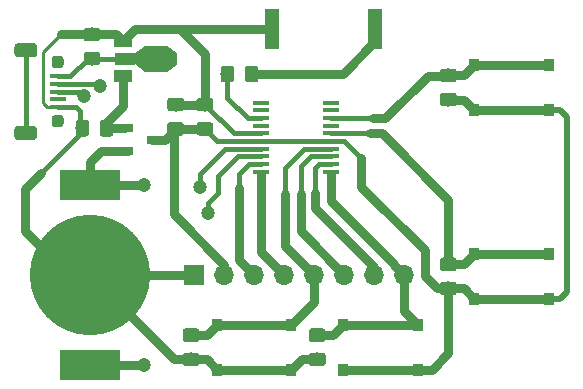
<source format=gbr>
G04 #@! TF.GenerationSoftware,KiCad,Pcbnew,5.0.1*
G04 #@! TF.CreationDate,2019-02-02T23:29:34+01:00*
G04 #@! TF.ProjectId,kroneum,6B726F6E65756D2E6B696361645F7063,rev?*
G04 #@! TF.SameCoordinates,PXa3649d0PY7ed1d20*
G04 #@! TF.FileFunction,Copper,L1,Top,Signal*
G04 #@! TF.FilePolarity,Positive*
%FSLAX46Y46*%
G04 Gerber Fmt 4.6, Leading zero omitted, Abs format (unit mm)*
G04 Created by KiCad (PCBNEW 5.0.1) date Sat 02 Feb 2019 11:29:34 PM CET*
%MOMM*%
%LPD*%
G01*
G04 APERTURE LIST*
G04 #@! TA.AperFunction,Conductor*
%ADD10C,0.100000*%
G04 #@! TD*
G04 #@! TA.AperFunction,ComponentPad*
%ADD11C,1.000000*%
G04 #@! TD*
G04 #@! TA.AperFunction,SMDPad,CuDef*
%ADD12R,1.350000X0.400000*%
G04 #@! TD*
G04 #@! TA.AperFunction,ComponentPad*
%ADD13C,1.200000*%
G04 #@! TD*
G04 #@! TA.AperFunction,SMDPad,CuDef*
%ADD14C,0.850000*%
G04 #@! TD*
G04 #@! TA.AperFunction,SMDPad,CuDef*
%ADD15R,1.500000X1.000000*%
G04 #@! TD*
G04 #@! TA.AperFunction,SMDPad,CuDef*
%ADD16R,1.800000X1.000000*%
G04 #@! TD*
G04 #@! TA.AperFunction,SMDPad,CuDef*
%ADD17R,1.840000X2.200000*%
G04 #@! TD*
G04 #@! TA.AperFunction,SMDPad,CuDef*
%ADD18C,1.000000*%
G04 #@! TD*
G04 #@! TA.AperFunction,SMDPad,CuDef*
%ADD19R,0.850000X1.000000*%
G04 #@! TD*
G04 #@! TA.AperFunction,SMDPad,CuDef*
%ADD20C,1.150000*%
G04 #@! TD*
G04 #@! TA.AperFunction,SMDPad,CuDef*
%ADD21R,0.900000X0.800000*%
G04 #@! TD*
G04 #@! TA.AperFunction,SMDPad,CuDef*
%ADD22R,1.300000X3.400000*%
G04 #@! TD*
G04 #@! TA.AperFunction,SMDPad,CuDef*
%ADD23R,5.100000X2.500000*%
G04 #@! TD*
G04 #@! TA.AperFunction,BGAPad,CuDef*
%ADD24C,10.200000*%
G04 #@! TD*
G04 #@! TA.AperFunction,ComponentPad*
%ADD25R,1.700000X1.700000*%
G04 #@! TD*
G04 #@! TA.AperFunction,ComponentPad*
%ADD26O,1.700000X1.700000*%
G04 #@! TD*
G04 #@! TA.AperFunction,SMDPad,CuDef*
%ADD27R,1.450000X0.400000*%
G04 #@! TD*
G04 #@! TA.AperFunction,ViaPad*
%ADD28C,1.200000*%
G04 #@! TD*
G04 #@! TA.AperFunction,Conductor*
%ADD29C,0.406400*%
G04 #@! TD*
G04 #@! TA.AperFunction,Conductor*
%ADD30C,0.762000*%
G04 #@! TD*
G04 #@! TA.AperFunction,Conductor*
%ADD31C,0.400000*%
G04 #@! TD*
G04 #@! TA.AperFunction,Conductor*
%ADD32C,0.250000*%
G04 #@! TD*
G04 #@! TA.AperFunction,Conductor*
%ADD33C,0.508000*%
G04 #@! TD*
G04 APERTURE END LIST*
D10*
G04 #@! TO.N,*
G04 #@! TO.C,J1*
G36*
X-45142996Y30628796D02*
X-45118727Y30625196D01*
X-45094929Y30619235D01*
X-45071829Y30610970D01*
X-45049651Y30600480D01*
X-45028607Y30587867D01*
X-45008902Y30573253D01*
X-44990723Y30556777D01*
X-44974247Y30538598D01*
X-44959633Y30518893D01*
X-44947020Y30497849D01*
X-44936530Y30475671D01*
X-44928265Y30452571D01*
X-44922304Y30428773D01*
X-44918704Y30404504D01*
X-44917500Y30380000D01*
X-44917500Y29880000D01*
X-44918704Y29855496D01*
X-44922304Y29831227D01*
X-44928265Y29807429D01*
X-44936530Y29784329D01*
X-44947020Y29762151D01*
X-44959633Y29741107D01*
X-44974247Y29721402D01*
X-44990723Y29703223D01*
X-45008902Y29686747D01*
X-45028607Y29672133D01*
X-45049651Y29659520D01*
X-45071829Y29649030D01*
X-45094929Y29640765D01*
X-45118727Y29634804D01*
X-45142996Y29631204D01*
X-45167500Y29630000D01*
X-45667500Y29630000D01*
X-45692004Y29631204D01*
X-45716273Y29634804D01*
X-45740071Y29640765D01*
X-45763171Y29649030D01*
X-45785349Y29659520D01*
X-45806393Y29672133D01*
X-45826098Y29686747D01*
X-45844277Y29703223D01*
X-45860753Y29721402D01*
X-45875367Y29741107D01*
X-45887980Y29762151D01*
X-45898470Y29784329D01*
X-45906735Y29807429D01*
X-45912696Y29831227D01*
X-45916296Y29855496D01*
X-45917500Y29880000D01*
X-45917500Y30380000D01*
X-45916296Y30404504D01*
X-45912696Y30428773D01*
X-45906735Y30452571D01*
X-45898470Y30475671D01*
X-45887980Y30497849D01*
X-45875367Y30518893D01*
X-45860753Y30538598D01*
X-45844277Y30556777D01*
X-45826098Y30573253D01*
X-45806393Y30587867D01*
X-45785349Y30600480D01*
X-45763171Y30610970D01*
X-45740071Y30619235D01*
X-45716273Y30625196D01*
X-45692004Y30628796D01*
X-45667500Y30630000D01*
X-45167500Y30630000D01*
X-45142996Y30628796D01*
X-45142996Y30628796D01*
G37*
D11*
G04 #@! TD*
G04 #@! TO.P,J1,*
G04 #@! TO.N,*
X-45417500Y30130000D03*
D12*
G04 #@! TO.P,J1,2*
G04 #@! TO.N,USB_D-*
X-45417500Y28280000D03*
G04 #@! TO.P,J1,1*
G04 #@! TO.N,USB_VBUS*
X-45417500Y28930000D03*
G04 #@! TO.P,J1,5*
G04 #@! TO.N,GND*
X-45417500Y26330000D03*
G04 #@! TO.P,J1,4*
G04 #@! TO.N,Net-(J1-Pad4)*
X-45417500Y26980000D03*
G04 #@! TO.P,J1,3*
G04 #@! TO.N,USB_D+*
X-45417500Y27630000D03*
D10*
G04 #@! TD*
G04 #@! TO.N,*
G04 #@! TO.C,J1*
G36*
X-45142996Y25628796D02*
X-45118727Y25625196D01*
X-45094929Y25619235D01*
X-45071829Y25610970D01*
X-45049651Y25600480D01*
X-45028607Y25587867D01*
X-45008902Y25573253D01*
X-44990723Y25556777D01*
X-44974247Y25538598D01*
X-44959633Y25518893D01*
X-44947020Y25497849D01*
X-44936530Y25475671D01*
X-44928265Y25452571D01*
X-44922304Y25428773D01*
X-44918704Y25404504D01*
X-44917500Y25380000D01*
X-44917500Y24880000D01*
X-44918704Y24855496D01*
X-44922304Y24831227D01*
X-44928265Y24807429D01*
X-44936530Y24784329D01*
X-44947020Y24762151D01*
X-44959633Y24741107D01*
X-44974247Y24721402D01*
X-44990723Y24703223D01*
X-45008902Y24686747D01*
X-45028607Y24672133D01*
X-45049651Y24659520D01*
X-45071829Y24649030D01*
X-45094929Y24640765D01*
X-45118727Y24634804D01*
X-45142996Y24631204D01*
X-45167500Y24630000D01*
X-45667500Y24630000D01*
X-45692004Y24631204D01*
X-45716273Y24634804D01*
X-45740071Y24640765D01*
X-45763171Y24649030D01*
X-45785349Y24659520D01*
X-45806393Y24672133D01*
X-45826098Y24686747D01*
X-45844277Y24703223D01*
X-45860753Y24721402D01*
X-45875367Y24741107D01*
X-45887980Y24762151D01*
X-45898470Y24784329D01*
X-45906735Y24807429D01*
X-45912696Y24831227D01*
X-45916296Y24855496D01*
X-45917500Y24880000D01*
X-45917500Y25380000D01*
X-45916296Y25404504D01*
X-45912696Y25428773D01*
X-45906735Y25452571D01*
X-45898470Y25475671D01*
X-45887980Y25497849D01*
X-45875367Y25518893D01*
X-45860753Y25538598D01*
X-45844277Y25556777D01*
X-45826098Y25573253D01*
X-45806393Y25587867D01*
X-45785349Y25600480D01*
X-45763171Y25610970D01*
X-45740071Y25619235D01*
X-45716273Y25625196D01*
X-45692004Y25628796D01*
X-45667500Y25630000D01*
X-45167500Y25630000D01*
X-45142996Y25628796D01*
X-45142996Y25628796D01*
G37*
D11*
G04 #@! TO.P,J1,*
G04 #@! TO.N,*
X-45417500Y25130000D03*
D10*
G04 #@! TD*
G04 #@! TO.N,Net-(J1-Pad6)*
G04 #@! TO.C,J1*
G36*
X-47438095Y31728555D02*
X-47408973Y31724236D01*
X-47380415Y31717082D01*
X-47352695Y31707164D01*
X-47326081Y31694576D01*
X-47300829Y31679441D01*
X-47277182Y31661903D01*
X-47255368Y31642132D01*
X-47235597Y31620318D01*
X-47218059Y31596671D01*
X-47202924Y31571419D01*
X-47190336Y31544805D01*
X-47180418Y31517085D01*
X-47173264Y31488527D01*
X-47168945Y31459405D01*
X-47167500Y31430000D01*
X-47167500Y30830000D01*
X-47168945Y30800595D01*
X-47173264Y30771473D01*
X-47180418Y30742915D01*
X-47190336Y30715195D01*
X-47202924Y30688581D01*
X-47218059Y30663329D01*
X-47235597Y30639682D01*
X-47255368Y30617868D01*
X-47277182Y30598097D01*
X-47300829Y30580559D01*
X-47326081Y30565424D01*
X-47352695Y30552836D01*
X-47380415Y30542918D01*
X-47408973Y30535764D01*
X-47438095Y30531445D01*
X-47467500Y30530000D01*
X-48767500Y30530000D01*
X-48796905Y30531445D01*
X-48826027Y30535764D01*
X-48854585Y30542918D01*
X-48882305Y30552836D01*
X-48908919Y30565424D01*
X-48934171Y30580559D01*
X-48957818Y30598097D01*
X-48979632Y30617868D01*
X-48999403Y30639682D01*
X-49016941Y30663329D01*
X-49032076Y30688581D01*
X-49044664Y30715195D01*
X-49054582Y30742915D01*
X-49061736Y30771473D01*
X-49066055Y30800595D01*
X-49067500Y30830000D01*
X-49067500Y31430000D01*
X-49066055Y31459405D01*
X-49061736Y31488527D01*
X-49054582Y31517085D01*
X-49044664Y31544805D01*
X-49032076Y31571419D01*
X-49016941Y31596671D01*
X-48999403Y31620318D01*
X-48979632Y31642132D01*
X-48957818Y31661903D01*
X-48934171Y31679441D01*
X-48908919Y31694576D01*
X-48882305Y31707164D01*
X-48854585Y31717082D01*
X-48826027Y31724236D01*
X-48796905Y31728555D01*
X-48767500Y31730000D01*
X-47467500Y31730000D01*
X-47438095Y31728555D01*
X-47438095Y31728555D01*
G37*
D13*
G04 #@! TO.P,J1,6*
G04 #@! TO.N,Net-(J1-Pad6)*
X-48117500Y31130000D03*
D10*
G04 #@! TD*
G04 #@! TO.N,Net-(J1-Pad6)*
G04 #@! TO.C,J1*
G36*
X-47438095Y24728555D02*
X-47408973Y24724236D01*
X-47380415Y24717082D01*
X-47352695Y24707164D01*
X-47326081Y24694576D01*
X-47300829Y24679441D01*
X-47277182Y24661903D01*
X-47255368Y24642132D01*
X-47235597Y24620318D01*
X-47218059Y24596671D01*
X-47202924Y24571419D01*
X-47190336Y24544805D01*
X-47180418Y24517085D01*
X-47173264Y24488527D01*
X-47168945Y24459405D01*
X-47167500Y24430000D01*
X-47167500Y23830000D01*
X-47168945Y23800595D01*
X-47173264Y23771473D01*
X-47180418Y23742915D01*
X-47190336Y23715195D01*
X-47202924Y23688581D01*
X-47218059Y23663329D01*
X-47235597Y23639682D01*
X-47255368Y23617868D01*
X-47277182Y23598097D01*
X-47300829Y23580559D01*
X-47326081Y23565424D01*
X-47352695Y23552836D01*
X-47380415Y23542918D01*
X-47408973Y23535764D01*
X-47438095Y23531445D01*
X-47467500Y23530000D01*
X-48767500Y23530000D01*
X-48796905Y23531445D01*
X-48826027Y23535764D01*
X-48854585Y23542918D01*
X-48882305Y23552836D01*
X-48908919Y23565424D01*
X-48934171Y23580559D01*
X-48957818Y23598097D01*
X-48979632Y23617868D01*
X-48999403Y23639682D01*
X-49016941Y23663329D01*
X-49032076Y23688581D01*
X-49044664Y23715195D01*
X-49054582Y23742915D01*
X-49061736Y23771473D01*
X-49066055Y23800595D01*
X-49067500Y23830000D01*
X-49067500Y24430000D01*
X-49066055Y24459405D01*
X-49061736Y24488527D01*
X-49054582Y24517085D01*
X-49044664Y24544805D01*
X-49032076Y24571419D01*
X-49016941Y24596671D01*
X-48999403Y24620318D01*
X-48979632Y24642132D01*
X-48957818Y24661903D01*
X-48934171Y24679441D01*
X-48908919Y24694576D01*
X-48882305Y24707164D01*
X-48854585Y24717082D01*
X-48826027Y24724236D01*
X-48796905Y24728555D01*
X-48767500Y24730000D01*
X-47467500Y24730000D01*
X-47438095Y24728555D01*
X-47438095Y24728555D01*
G37*
D13*
G04 #@! TO.P,J1,6*
G04 #@! TO.N,Net-(J1-Pad6)*
X-48117500Y24130000D03*
G04 #@! TD*
D14*
G04 #@! TO.P,L1,2*
G04 #@! TO.N,USB_VBUS*
X-35743000Y30410000D03*
D10*
G04 #@! TD*
G04 #@! TO.N,USB_VBUS*
G04 #@! TO.C,L1*
G36*
X-36168000Y31510000D02*
X-35318000Y30910000D01*
X-35318000Y29910000D01*
X-36168000Y29310000D01*
X-36168000Y31510000D01*
X-36168000Y31510000D01*
G37*
D15*
G04 #@! TO.P,L1,1*
G04 #@! TO.N,GND*
X-39890000Y31910000D03*
D16*
G04 #@! TO.P,L1,2*
G04 #@! TO.N,USB_VBUS*
X-39743500Y30410000D03*
D15*
G04 #@! TO.P,L1,3*
G04 #@! TO.N,Net-(C4-Pad1)*
X-39890000Y28910000D03*
D17*
G04 #@! TO.P,L1,2*
G04 #@! TO.N,USB_VBUS*
X-37076500Y30410000D03*
D18*
X-38486200Y30410000D03*
D10*
G04 #@! TD*
G04 #@! TO.N,USB_VBUS*
G04 #@! TO.C,L1*
G36*
X-37986200Y29310000D02*
X-38986200Y30010000D01*
X-38986200Y30810000D01*
X-37986200Y31510000D01*
X-37986200Y29310000D01*
X-37986200Y29310000D01*
G37*
D19*
G04 #@! TO.P,SW2,1*
G04 #@! TO.N,Ctrl_One*
X-10130000Y13880000D03*
X-3830000Y13880000D03*
G04 #@! TO.P,SW2,2*
G04 #@! TO.N,VDD*
X-10130000Y10080000D03*
X-3830000Y10080000D03*
G04 #@! TD*
D10*
G04 #@! TO.N,GND*
G04 #@! TO.C,C1*
G36*
X-32485495Y27098796D02*
X-32461227Y27095196D01*
X-32437428Y27089235D01*
X-32414329Y27080970D01*
X-32392150Y27070480D01*
X-32371107Y27057868D01*
X-32351401Y27043253D01*
X-32333223Y27026777D01*
X-32316747Y27008599D01*
X-32302132Y26988893D01*
X-32289520Y26967850D01*
X-32279030Y26945671D01*
X-32270765Y26922572D01*
X-32264804Y26898773D01*
X-32261204Y26874505D01*
X-32260000Y26850001D01*
X-32260000Y26199999D01*
X-32261204Y26175495D01*
X-32264804Y26151227D01*
X-32270765Y26127428D01*
X-32279030Y26104329D01*
X-32289520Y26082150D01*
X-32302132Y26061107D01*
X-32316747Y26041401D01*
X-32333223Y26023223D01*
X-32351401Y26006747D01*
X-32371107Y25992132D01*
X-32392150Y25979520D01*
X-32414329Y25969030D01*
X-32437428Y25960765D01*
X-32461227Y25954804D01*
X-32485495Y25951204D01*
X-32509999Y25950000D01*
X-33410001Y25950000D01*
X-33434505Y25951204D01*
X-33458773Y25954804D01*
X-33482572Y25960765D01*
X-33505671Y25969030D01*
X-33527850Y25979520D01*
X-33548893Y25992132D01*
X-33568599Y26006747D01*
X-33586777Y26023223D01*
X-33603253Y26041401D01*
X-33617868Y26061107D01*
X-33630480Y26082150D01*
X-33640970Y26104329D01*
X-33649235Y26127428D01*
X-33655196Y26151227D01*
X-33658796Y26175495D01*
X-33660000Y26199999D01*
X-33660000Y26850001D01*
X-33658796Y26874505D01*
X-33655196Y26898773D01*
X-33649235Y26922572D01*
X-33640970Y26945671D01*
X-33630480Y26967850D01*
X-33617868Y26988893D01*
X-33603253Y27008599D01*
X-33586777Y27026777D01*
X-33568599Y27043253D01*
X-33548893Y27057868D01*
X-33527850Y27070480D01*
X-33505671Y27080970D01*
X-33482572Y27089235D01*
X-33458773Y27095196D01*
X-33434505Y27098796D01*
X-33410001Y27100000D01*
X-32509999Y27100000D01*
X-32485495Y27098796D01*
X-32485495Y27098796D01*
G37*
D20*
G04 #@! TD*
G04 #@! TO.P,C1,2*
G04 #@! TO.N,GND*
X-32960000Y26525000D03*
D10*
G04 #@! TO.N,VDD*
G04 #@! TO.C,C1*
G36*
X-32485495Y25048796D02*
X-32461227Y25045196D01*
X-32437428Y25039235D01*
X-32414329Y25030970D01*
X-32392150Y25020480D01*
X-32371107Y25007868D01*
X-32351401Y24993253D01*
X-32333223Y24976777D01*
X-32316747Y24958599D01*
X-32302132Y24938893D01*
X-32289520Y24917850D01*
X-32279030Y24895671D01*
X-32270765Y24872572D01*
X-32264804Y24848773D01*
X-32261204Y24824505D01*
X-32260000Y24800001D01*
X-32260000Y24149999D01*
X-32261204Y24125495D01*
X-32264804Y24101227D01*
X-32270765Y24077428D01*
X-32279030Y24054329D01*
X-32289520Y24032150D01*
X-32302132Y24011107D01*
X-32316747Y23991401D01*
X-32333223Y23973223D01*
X-32351401Y23956747D01*
X-32371107Y23942132D01*
X-32392150Y23929520D01*
X-32414329Y23919030D01*
X-32437428Y23910765D01*
X-32461227Y23904804D01*
X-32485495Y23901204D01*
X-32509999Y23900000D01*
X-33410001Y23900000D01*
X-33434505Y23901204D01*
X-33458773Y23904804D01*
X-33482572Y23910765D01*
X-33505671Y23919030D01*
X-33527850Y23929520D01*
X-33548893Y23942132D01*
X-33568599Y23956747D01*
X-33586777Y23973223D01*
X-33603253Y23991401D01*
X-33617868Y24011107D01*
X-33630480Y24032150D01*
X-33640970Y24054329D01*
X-33649235Y24077428D01*
X-33655196Y24101227D01*
X-33658796Y24125495D01*
X-33660000Y24149999D01*
X-33660000Y24800001D01*
X-33658796Y24824505D01*
X-33655196Y24848773D01*
X-33649235Y24872572D01*
X-33640970Y24895671D01*
X-33630480Y24917850D01*
X-33617868Y24938893D01*
X-33603253Y24958599D01*
X-33586777Y24976777D01*
X-33568599Y24993253D01*
X-33548893Y25007868D01*
X-33527850Y25020480D01*
X-33505671Y25030970D01*
X-33482572Y25039235D01*
X-33458773Y25045196D01*
X-33434505Y25048796D01*
X-33410001Y25050000D01*
X-32509999Y25050000D01*
X-32485495Y25048796D01*
X-32485495Y25048796D01*
G37*
D20*
G04 #@! TD*
G04 #@! TO.P,C1,1*
G04 #@! TO.N,VDD*
X-32960000Y24475000D03*
D10*
G04 #@! TO.N,VDD*
G04 #@! TO.C,C3*
G36*
X-34945495Y25048796D02*
X-34921227Y25045196D01*
X-34897428Y25039235D01*
X-34874329Y25030970D01*
X-34852150Y25020480D01*
X-34831107Y25007868D01*
X-34811401Y24993253D01*
X-34793223Y24976777D01*
X-34776747Y24958599D01*
X-34762132Y24938893D01*
X-34749520Y24917850D01*
X-34739030Y24895671D01*
X-34730765Y24872572D01*
X-34724804Y24848773D01*
X-34721204Y24824505D01*
X-34720000Y24800001D01*
X-34720000Y24149999D01*
X-34721204Y24125495D01*
X-34724804Y24101227D01*
X-34730765Y24077428D01*
X-34739030Y24054329D01*
X-34749520Y24032150D01*
X-34762132Y24011107D01*
X-34776747Y23991401D01*
X-34793223Y23973223D01*
X-34811401Y23956747D01*
X-34831107Y23942132D01*
X-34852150Y23929520D01*
X-34874329Y23919030D01*
X-34897428Y23910765D01*
X-34921227Y23904804D01*
X-34945495Y23901204D01*
X-34969999Y23900000D01*
X-35870001Y23900000D01*
X-35894505Y23901204D01*
X-35918773Y23904804D01*
X-35942572Y23910765D01*
X-35965671Y23919030D01*
X-35987850Y23929520D01*
X-36008893Y23942132D01*
X-36028599Y23956747D01*
X-36046777Y23973223D01*
X-36063253Y23991401D01*
X-36077868Y24011107D01*
X-36090480Y24032150D01*
X-36100970Y24054329D01*
X-36109235Y24077428D01*
X-36115196Y24101227D01*
X-36118796Y24125495D01*
X-36120000Y24149999D01*
X-36120000Y24800001D01*
X-36118796Y24824505D01*
X-36115196Y24848773D01*
X-36109235Y24872572D01*
X-36100970Y24895671D01*
X-36090480Y24917850D01*
X-36077868Y24938893D01*
X-36063253Y24958599D01*
X-36046777Y24976777D01*
X-36028599Y24993253D01*
X-36008893Y25007868D01*
X-35987850Y25020480D01*
X-35965671Y25030970D01*
X-35942572Y25039235D01*
X-35918773Y25045196D01*
X-35894505Y25048796D01*
X-35870001Y25050000D01*
X-34969999Y25050000D01*
X-34945495Y25048796D01*
X-34945495Y25048796D01*
G37*
D20*
G04 #@! TD*
G04 #@! TO.P,C3,1*
G04 #@! TO.N,VDD*
X-35420000Y24475000D03*
D10*
G04 #@! TO.N,GND*
G04 #@! TO.C,C3*
G36*
X-34945495Y27098796D02*
X-34921227Y27095196D01*
X-34897428Y27089235D01*
X-34874329Y27080970D01*
X-34852150Y27070480D01*
X-34831107Y27057868D01*
X-34811401Y27043253D01*
X-34793223Y27026777D01*
X-34776747Y27008599D01*
X-34762132Y26988893D01*
X-34749520Y26967850D01*
X-34739030Y26945671D01*
X-34730765Y26922572D01*
X-34724804Y26898773D01*
X-34721204Y26874505D01*
X-34720000Y26850001D01*
X-34720000Y26199999D01*
X-34721204Y26175495D01*
X-34724804Y26151227D01*
X-34730765Y26127428D01*
X-34739030Y26104329D01*
X-34749520Y26082150D01*
X-34762132Y26061107D01*
X-34776747Y26041401D01*
X-34793223Y26023223D01*
X-34811401Y26006747D01*
X-34831107Y25992132D01*
X-34852150Y25979520D01*
X-34874329Y25969030D01*
X-34897428Y25960765D01*
X-34921227Y25954804D01*
X-34945495Y25951204D01*
X-34969999Y25950000D01*
X-35870001Y25950000D01*
X-35894505Y25951204D01*
X-35918773Y25954804D01*
X-35942572Y25960765D01*
X-35965671Y25969030D01*
X-35987850Y25979520D01*
X-36008893Y25992132D01*
X-36028599Y26006747D01*
X-36046777Y26023223D01*
X-36063253Y26041401D01*
X-36077868Y26061107D01*
X-36090480Y26082150D01*
X-36100970Y26104329D01*
X-36109235Y26127428D01*
X-36115196Y26151227D01*
X-36118796Y26175495D01*
X-36120000Y26199999D01*
X-36120000Y26850001D01*
X-36118796Y26874505D01*
X-36115196Y26898773D01*
X-36109235Y26922572D01*
X-36100970Y26945671D01*
X-36090480Y26967850D01*
X-36077868Y26988893D01*
X-36063253Y27008599D01*
X-36046777Y27026777D01*
X-36028599Y27043253D01*
X-36008893Y27057868D01*
X-35987850Y27070480D01*
X-35965671Y27080970D01*
X-35942572Y27089235D01*
X-35918773Y27095196D01*
X-35894505Y27098796D01*
X-35870001Y27100000D01*
X-34969999Y27100000D01*
X-34945495Y27098796D01*
X-34945495Y27098796D01*
G37*
D20*
G04 #@! TD*
G04 #@! TO.P,C3,2*
G04 #@! TO.N,GND*
X-35420000Y26525000D03*
D10*
G04 #@! TO.N,NRST*
G04 #@! TO.C,C7*
G36*
X-33655495Y7578796D02*
X-33631227Y7575196D01*
X-33607428Y7569235D01*
X-33584329Y7560970D01*
X-33562150Y7550480D01*
X-33541107Y7537868D01*
X-33521401Y7523253D01*
X-33503223Y7506777D01*
X-33486747Y7488599D01*
X-33472132Y7468893D01*
X-33459520Y7447850D01*
X-33449030Y7425671D01*
X-33440765Y7402572D01*
X-33434804Y7378773D01*
X-33431204Y7354505D01*
X-33430000Y7330001D01*
X-33430000Y6679999D01*
X-33431204Y6655495D01*
X-33434804Y6631227D01*
X-33440765Y6607428D01*
X-33449030Y6584329D01*
X-33459520Y6562150D01*
X-33472132Y6541107D01*
X-33486747Y6521401D01*
X-33503223Y6503223D01*
X-33521401Y6486747D01*
X-33541107Y6472132D01*
X-33562150Y6459520D01*
X-33584329Y6449030D01*
X-33607428Y6440765D01*
X-33631227Y6434804D01*
X-33655495Y6431204D01*
X-33679999Y6430000D01*
X-34580001Y6430000D01*
X-34604505Y6431204D01*
X-34628773Y6434804D01*
X-34652572Y6440765D01*
X-34675671Y6449030D01*
X-34697850Y6459520D01*
X-34718893Y6472132D01*
X-34738599Y6486747D01*
X-34756777Y6503223D01*
X-34773253Y6521401D01*
X-34787868Y6541107D01*
X-34800480Y6562150D01*
X-34810970Y6584329D01*
X-34819235Y6607428D01*
X-34825196Y6631227D01*
X-34828796Y6655495D01*
X-34830000Y6679999D01*
X-34830000Y7330001D01*
X-34828796Y7354505D01*
X-34825196Y7378773D01*
X-34819235Y7402572D01*
X-34810970Y7425671D01*
X-34800480Y7447850D01*
X-34787868Y7468893D01*
X-34773253Y7488599D01*
X-34756777Y7506777D01*
X-34738599Y7523253D01*
X-34718893Y7537868D01*
X-34697850Y7550480D01*
X-34675671Y7560970D01*
X-34652572Y7569235D01*
X-34628773Y7575196D01*
X-34604505Y7578796D01*
X-34580001Y7580000D01*
X-33679999Y7580000D01*
X-33655495Y7578796D01*
X-33655495Y7578796D01*
G37*
D20*
G04 #@! TD*
G04 #@! TO.P,C7,1*
G04 #@! TO.N,NRST*
X-34130000Y7005000D03*
D10*
G04 #@! TO.N,GND*
G04 #@! TO.C,C7*
G36*
X-33655495Y5528796D02*
X-33631227Y5525196D01*
X-33607428Y5519235D01*
X-33584329Y5510970D01*
X-33562150Y5500480D01*
X-33541107Y5487868D01*
X-33521401Y5473253D01*
X-33503223Y5456777D01*
X-33486747Y5438599D01*
X-33472132Y5418893D01*
X-33459520Y5397850D01*
X-33449030Y5375671D01*
X-33440765Y5352572D01*
X-33434804Y5328773D01*
X-33431204Y5304505D01*
X-33430000Y5280001D01*
X-33430000Y4629999D01*
X-33431204Y4605495D01*
X-33434804Y4581227D01*
X-33440765Y4557428D01*
X-33449030Y4534329D01*
X-33459520Y4512150D01*
X-33472132Y4491107D01*
X-33486747Y4471401D01*
X-33503223Y4453223D01*
X-33521401Y4436747D01*
X-33541107Y4422132D01*
X-33562150Y4409520D01*
X-33584329Y4399030D01*
X-33607428Y4390765D01*
X-33631227Y4384804D01*
X-33655495Y4381204D01*
X-33679999Y4380000D01*
X-34580001Y4380000D01*
X-34604505Y4381204D01*
X-34628773Y4384804D01*
X-34652572Y4390765D01*
X-34675671Y4399030D01*
X-34697850Y4409520D01*
X-34718893Y4422132D01*
X-34738599Y4436747D01*
X-34756777Y4453223D01*
X-34773253Y4471401D01*
X-34787868Y4491107D01*
X-34800480Y4512150D01*
X-34810970Y4534329D01*
X-34819235Y4557428D01*
X-34825196Y4581227D01*
X-34828796Y4605495D01*
X-34830000Y4629999D01*
X-34830000Y5280001D01*
X-34828796Y5304505D01*
X-34825196Y5328773D01*
X-34819235Y5352572D01*
X-34810970Y5375671D01*
X-34800480Y5397850D01*
X-34787868Y5418893D01*
X-34773253Y5438599D01*
X-34756777Y5456777D01*
X-34738599Y5473253D01*
X-34718893Y5487868D01*
X-34697850Y5500480D01*
X-34675671Y5510970D01*
X-34652572Y5519235D01*
X-34628773Y5525196D01*
X-34604505Y5528796D01*
X-34580001Y5530000D01*
X-33679999Y5530000D01*
X-33655495Y5528796D01*
X-33655495Y5528796D01*
G37*
D20*
G04 #@! TD*
G04 #@! TO.P,C7,2*
G04 #@! TO.N,GND*
X-34130000Y4955000D03*
D10*
G04 #@! TO.N,VDD*
G04 #@! TO.C,C8*
G36*
X-11855495Y11528796D02*
X-11831227Y11525196D01*
X-11807428Y11519235D01*
X-11784329Y11510970D01*
X-11762150Y11500480D01*
X-11741107Y11487868D01*
X-11721401Y11473253D01*
X-11703223Y11456777D01*
X-11686747Y11438599D01*
X-11672132Y11418893D01*
X-11659520Y11397850D01*
X-11649030Y11375671D01*
X-11640765Y11352572D01*
X-11634804Y11328773D01*
X-11631204Y11304505D01*
X-11630000Y11280001D01*
X-11630000Y10629999D01*
X-11631204Y10605495D01*
X-11634804Y10581227D01*
X-11640765Y10557428D01*
X-11649030Y10534329D01*
X-11659520Y10512150D01*
X-11672132Y10491107D01*
X-11686747Y10471401D01*
X-11703223Y10453223D01*
X-11721401Y10436747D01*
X-11741107Y10422132D01*
X-11762150Y10409520D01*
X-11784329Y10399030D01*
X-11807428Y10390765D01*
X-11831227Y10384804D01*
X-11855495Y10381204D01*
X-11879999Y10380000D01*
X-12780001Y10380000D01*
X-12804505Y10381204D01*
X-12828773Y10384804D01*
X-12852572Y10390765D01*
X-12875671Y10399030D01*
X-12897850Y10409520D01*
X-12918893Y10422132D01*
X-12938599Y10436747D01*
X-12956777Y10453223D01*
X-12973253Y10471401D01*
X-12987868Y10491107D01*
X-13000480Y10512150D01*
X-13010970Y10534329D01*
X-13019235Y10557428D01*
X-13025196Y10581227D01*
X-13028796Y10605495D01*
X-13030000Y10629999D01*
X-13030000Y11280001D01*
X-13028796Y11304505D01*
X-13025196Y11328773D01*
X-13019235Y11352572D01*
X-13010970Y11375671D01*
X-13000480Y11397850D01*
X-12987868Y11418893D01*
X-12973253Y11438599D01*
X-12956777Y11456777D01*
X-12938599Y11473253D01*
X-12918893Y11487868D01*
X-12897850Y11500480D01*
X-12875671Y11510970D01*
X-12852572Y11519235D01*
X-12828773Y11525196D01*
X-12804505Y11528796D01*
X-12780001Y11530000D01*
X-11879999Y11530000D01*
X-11855495Y11528796D01*
X-11855495Y11528796D01*
G37*
D20*
G04 #@! TD*
G04 #@! TO.P,C8,1*
G04 #@! TO.N,VDD*
X-12330000Y10955000D03*
D10*
G04 #@! TO.N,Ctrl_One*
G04 #@! TO.C,C8*
G36*
X-11855495Y13578796D02*
X-11831227Y13575196D01*
X-11807428Y13569235D01*
X-11784329Y13560970D01*
X-11762150Y13550480D01*
X-11741107Y13537868D01*
X-11721401Y13523253D01*
X-11703223Y13506777D01*
X-11686747Y13488599D01*
X-11672132Y13468893D01*
X-11659520Y13447850D01*
X-11649030Y13425671D01*
X-11640765Y13402572D01*
X-11634804Y13378773D01*
X-11631204Y13354505D01*
X-11630000Y13330001D01*
X-11630000Y12679999D01*
X-11631204Y12655495D01*
X-11634804Y12631227D01*
X-11640765Y12607428D01*
X-11649030Y12584329D01*
X-11659520Y12562150D01*
X-11672132Y12541107D01*
X-11686747Y12521401D01*
X-11703223Y12503223D01*
X-11721401Y12486747D01*
X-11741107Y12472132D01*
X-11762150Y12459520D01*
X-11784329Y12449030D01*
X-11807428Y12440765D01*
X-11831227Y12434804D01*
X-11855495Y12431204D01*
X-11879999Y12430000D01*
X-12780001Y12430000D01*
X-12804505Y12431204D01*
X-12828773Y12434804D01*
X-12852572Y12440765D01*
X-12875671Y12449030D01*
X-12897850Y12459520D01*
X-12918893Y12472132D01*
X-12938599Y12486747D01*
X-12956777Y12503223D01*
X-12973253Y12521401D01*
X-12987868Y12541107D01*
X-13000480Y12562150D01*
X-13010970Y12584329D01*
X-13019235Y12607428D01*
X-13025196Y12631227D01*
X-13028796Y12655495D01*
X-13030000Y12679999D01*
X-13030000Y13330001D01*
X-13028796Y13354505D01*
X-13025196Y13378773D01*
X-13019235Y13402572D01*
X-13010970Y13425671D01*
X-13000480Y13447850D01*
X-12987868Y13468893D01*
X-12973253Y13488599D01*
X-12956777Y13506777D01*
X-12938599Y13523253D01*
X-12918893Y13537868D01*
X-12897850Y13550480D01*
X-12875671Y13560970D01*
X-12852572Y13569235D01*
X-12828773Y13575196D01*
X-12804505Y13578796D01*
X-12780001Y13580000D01*
X-11879999Y13580000D01*
X-11855495Y13578796D01*
X-11855495Y13578796D01*
G37*
D20*
G04 #@! TD*
G04 #@! TO.P,C8,2*
G04 #@! TO.N,Ctrl_One*
X-12330000Y13005000D03*
D10*
G04 #@! TO.N,Ctrl_Ten*
G04 #@! TO.C,C9*
G36*
X-11855495Y29578796D02*
X-11831227Y29575196D01*
X-11807428Y29569235D01*
X-11784329Y29560970D01*
X-11762150Y29550480D01*
X-11741107Y29537868D01*
X-11721401Y29523253D01*
X-11703223Y29506777D01*
X-11686747Y29488599D01*
X-11672132Y29468893D01*
X-11659520Y29447850D01*
X-11649030Y29425671D01*
X-11640765Y29402572D01*
X-11634804Y29378773D01*
X-11631204Y29354505D01*
X-11630000Y29330001D01*
X-11630000Y28679999D01*
X-11631204Y28655495D01*
X-11634804Y28631227D01*
X-11640765Y28607428D01*
X-11649030Y28584329D01*
X-11659520Y28562150D01*
X-11672132Y28541107D01*
X-11686747Y28521401D01*
X-11703223Y28503223D01*
X-11721401Y28486747D01*
X-11741107Y28472132D01*
X-11762150Y28459520D01*
X-11784329Y28449030D01*
X-11807428Y28440765D01*
X-11831227Y28434804D01*
X-11855495Y28431204D01*
X-11879999Y28430000D01*
X-12780001Y28430000D01*
X-12804505Y28431204D01*
X-12828773Y28434804D01*
X-12852572Y28440765D01*
X-12875671Y28449030D01*
X-12897850Y28459520D01*
X-12918893Y28472132D01*
X-12938599Y28486747D01*
X-12956777Y28503223D01*
X-12973253Y28521401D01*
X-12987868Y28541107D01*
X-13000480Y28562150D01*
X-13010970Y28584329D01*
X-13019235Y28607428D01*
X-13025196Y28631227D01*
X-13028796Y28655495D01*
X-13030000Y28679999D01*
X-13030000Y29330001D01*
X-13028796Y29354505D01*
X-13025196Y29378773D01*
X-13019235Y29402572D01*
X-13010970Y29425671D01*
X-13000480Y29447850D01*
X-12987868Y29468893D01*
X-12973253Y29488599D01*
X-12956777Y29506777D01*
X-12938599Y29523253D01*
X-12918893Y29537868D01*
X-12897850Y29550480D01*
X-12875671Y29560970D01*
X-12852572Y29569235D01*
X-12828773Y29575196D01*
X-12804505Y29578796D01*
X-12780001Y29580000D01*
X-11879999Y29580000D01*
X-11855495Y29578796D01*
X-11855495Y29578796D01*
G37*
D20*
G04 #@! TD*
G04 #@! TO.P,C9,2*
G04 #@! TO.N,Ctrl_Ten*
X-12330000Y29005000D03*
D10*
G04 #@! TO.N,VDD*
G04 #@! TO.C,C9*
G36*
X-11855495Y27528796D02*
X-11831227Y27525196D01*
X-11807428Y27519235D01*
X-11784329Y27510970D01*
X-11762150Y27500480D01*
X-11741107Y27487868D01*
X-11721401Y27473253D01*
X-11703223Y27456777D01*
X-11686747Y27438599D01*
X-11672132Y27418893D01*
X-11659520Y27397850D01*
X-11649030Y27375671D01*
X-11640765Y27352572D01*
X-11634804Y27328773D01*
X-11631204Y27304505D01*
X-11630000Y27280001D01*
X-11630000Y26629999D01*
X-11631204Y26605495D01*
X-11634804Y26581227D01*
X-11640765Y26557428D01*
X-11649030Y26534329D01*
X-11659520Y26512150D01*
X-11672132Y26491107D01*
X-11686747Y26471401D01*
X-11703223Y26453223D01*
X-11721401Y26436747D01*
X-11741107Y26422132D01*
X-11762150Y26409520D01*
X-11784329Y26399030D01*
X-11807428Y26390765D01*
X-11831227Y26384804D01*
X-11855495Y26381204D01*
X-11879999Y26380000D01*
X-12780001Y26380000D01*
X-12804505Y26381204D01*
X-12828773Y26384804D01*
X-12852572Y26390765D01*
X-12875671Y26399030D01*
X-12897850Y26409520D01*
X-12918893Y26422132D01*
X-12938599Y26436747D01*
X-12956777Y26453223D01*
X-12973253Y26471401D01*
X-12987868Y26491107D01*
X-13000480Y26512150D01*
X-13010970Y26534329D01*
X-13019235Y26557428D01*
X-13025196Y26581227D01*
X-13028796Y26605495D01*
X-13030000Y26629999D01*
X-13030000Y27280001D01*
X-13028796Y27304505D01*
X-13025196Y27328773D01*
X-13019235Y27352572D01*
X-13010970Y27375671D01*
X-13000480Y27397850D01*
X-12987868Y27418893D01*
X-12973253Y27438599D01*
X-12956777Y27456777D01*
X-12938599Y27473253D01*
X-12918893Y27487868D01*
X-12897850Y27500480D01*
X-12875671Y27510970D01*
X-12852572Y27519235D01*
X-12828773Y27525196D01*
X-12804505Y27528796D01*
X-12780001Y27530000D01*
X-11879999Y27530000D01*
X-11855495Y27528796D01*
X-11855495Y27528796D01*
G37*
D20*
G04 #@! TD*
G04 #@! TO.P,C9,1*
G04 #@! TO.N,VDD*
X-12330000Y26955000D03*
D10*
G04 #@! TO.N,Buzzer*
G04 #@! TO.C,R1*
G36*
X-30690495Y29818796D02*
X-30666227Y29815196D01*
X-30642428Y29809235D01*
X-30619329Y29800970D01*
X-30597150Y29790480D01*
X-30576107Y29777868D01*
X-30556401Y29763253D01*
X-30538223Y29746777D01*
X-30521747Y29728599D01*
X-30507132Y29708893D01*
X-30494520Y29687850D01*
X-30484030Y29665671D01*
X-30475765Y29642572D01*
X-30469804Y29618773D01*
X-30466204Y29594505D01*
X-30465000Y29570001D01*
X-30465000Y28669999D01*
X-30466204Y28645495D01*
X-30469804Y28621227D01*
X-30475765Y28597428D01*
X-30484030Y28574329D01*
X-30494520Y28552150D01*
X-30507132Y28531107D01*
X-30521747Y28511401D01*
X-30538223Y28493223D01*
X-30556401Y28476747D01*
X-30576107Y28462132D01*
X-30597150Y28449520D01*
X-30619329Y28439030D01*
X-30642428Y28430765D01*
X-30666227Y28424804D01*
X-30690495Y28421204D01*
X-30714999Y28420000D01*
X-31365001Y28420000D01*
X-31389505Y28421204D01*
X-31413773Y28424804D01*
X-31437572Y28430765D01*
X-31460671Y28439030D01*
X-31482850Y28449520D01*
X-31503893Y28462132D01*
X-31523599Y28476747D01*
X-31541777Y28493223D01*
X-31558253Y28511401D01*
X-31572868Y28531107D01*
X-31585480Y28552150D01*
X-31595970Y28574329D01*
X-31604235Y28597428D01*
X-31610196Y28621227D01*
X-31613796Y28645495D01*
X-31615000Y28669999D01*
X-31615000Y29570001D01*
X-31613796Y29594505D01*
X-31610196Y29618773D01*
X-31604235Y29642572D01*
X-31595970Y29665671D01*
X-31585480Y29687850D01*
X-31572868Y29708893D01*
X-31558253Y29728599D01*
X-31541777Y29746777D01*
X-31523599Y29763253D01*
X-31503893Y29777868D01*
X-31482850Y29790480D01*
X-31460671Y29800970D01*
X-31437572Y29809235D01*
X-31413773Y29815196D01*
X-31389505Y29818796D01*
X-31365001Y29820000D01*
X-30714999Y29820000D01*
X-30690495Y29818796D01*
X-30690495Y29818796D01*
G37*
D20*
G04 #@! TD*
G04 #@! TO.P,R1,2*
G04 #@! TO.N,Buzzer*
X-31040000Y29120000D03*
D10*
G04 #@! TO.N,Net-(BZ1-Pad1)*
G04 #@! TO.C,R1*
G36*
X-28640495Y29818796D02*
X-28616227Y29815196D01*
X-28592428Y29809235D01*
X-28569329Y29800970D01*
X-28547150Y29790480D01*
X-28526107Y29777868D01*
X-28506401Y29763253D01*
X-28488223Y29746777D01*
X-28471747Y29728599D01*
X-28457132Y29708893D01*
X-28444520Y29687850D01*
X-28434030Y29665671D01*
X-28425765Y29642572D01*
X-28419804Y29618773D01*
X-28416204Y29594505D01*
X-28415000Y29570001D01*
X-28415000Y28669999D01*
X-28416204Y28645495D01*
X-28419804Y28621227D01*
X-28425765Y28597428D01*
X-28434030Y28574329D01*
X-28444520Y28552150D01*
X-28457132Y28531107D01*
X-28471747Y28511401D01*
X-28488223Y28493223D01*
X-28506401Y28476747D01*
X-28526107Y28462132D01*
X-28547150Y28449520D01*
X-28569329Y28439030D01*
X-28592428Y28430765D01*
X-28616227Y28424804D01*
X-28640495Y28421204D01*
X-28664999Y28420000D01*
X-29315001Y28420000D01*
X-29339505Y28421204D01*
X-29363773Y28424804D01*
X-29387572Y28430765D01*
X-29410671Y28439030D01*
X-29432850Y28449520D01*
X-29453893Y28462132D01*
X-29473599Y28476747D01*
X-29491777Y28493223D01*
X-29508253Y28511401D01*
X-29522868Y28531107D01*
X-29535480Y28552150D01*
X-29545970Y28574329D01*
X-29554235Y28597428D01*
X-29560196Y28621227D01*
X-29563796Y28645495D01*
X-29565000Y28669999D01*
X-29565000Y29570001D01*
X-29563796Y29594505D01*
X-29560196Y29618773D01*
X-29554235Y29642572D01*
X-29545970Y29665671D01*
X-29535480Y29687850D01*
X-29522868Y29708893D01*
X-29508253Y29728599D01*
X-29491777Y29746777D01*
X-29473599Y29763253D01*
X-29453893Y29777868D01*
X-29432850Y29790480D01*
X-29410671Y29800970D01*
X-29387572Y29809235D01*
X-29363773Y29815196D01*
X-29339505Y29818796D01*
X-29315001Y29820000D01*
X-28664999Y29820000D01*
X-28640495Y29818796D01*
X-28640495Y29818796D01*
G37*
D20*
G04 #@! TD*
G04 #@! TO.P,R1,1*
G04 #@! TO.N,Net-(BZ1-Pad1)*
X-28990000Y29120000D03*
D10*
G04 #@! TO.N,BOOT0*
G04 #@! TO.C,R2*
G36*
X-22955495Y7578796D02*
X-22931227Y7575196D01*
X-22907428Y7569235D01*
X-22884329Y7560970D01*
X-22862150Y7550480D01*
X-22841107Y7537868D01*
X-22821401Y7523253D01*
X-22803223Y7506777D01*
X-22786747Y7488599D01*
X-22772132Y7468893D01*
X-22759520Y7447850D01*
X-22749030Y7425671D01*
X-22740765Y7402572D01*
X-22734804Y7378773D01*
X-22731204Y7354505D01*
X-22730000Y7330001D01*
X-22730000Y6679999D01*
X-22731204Y6655495D01*
X-22734804Y6631227D01*
X-22740765Y6607428D01*
X-22749030Y6584329D01*
X-22759520Y6562150D01*
X-22772132Y6541107D01*
X-22786747Y6521401D01*
X-22803223Y6503223D01*
X-22821401Y6486747D01*
X-22841107Y6472132D01*
X-22862150Y6459520D01*
X-22884329Y6449030D01*
X-22907428Y6440765D01*
X-22931227Y6434804D01*
X-22955495Y6431204D01*
X-22979999Y6430000D01*
X-23880001Y6430000D01*
X-23904505Y6431204D01*
X-23928773Y6434804D01*
X-23952572Y6440765D01*
X-23975671Y6449030D01*
X-23997850Y6459520D01*
X-24018893Y6472132D01*
X-24038599Y6486747D01*
X-24056777Y6503223D01*
X-24073253Y6521401D01*
X-24087868Y6541107D01*
X-24100480Y6562150D01*
X-24110970Y6584329D01*
X-24119235Y6607428D01*
X-24125196Y6631227D01*
X-24128796Y6655495D01*
X-24130000Y6679999D01*
X-24130000Y7330001D01*
X-24128796Y7354505D01*
X-24125196Y7378773D01*
X-24119235Y7402572D01*
X-24110970Y7425671D01*
X-24100480Y7447850D01*
X-24087868Y7468893D01*
X-24073253Y7488599D01*
X-24056777Y7506777D01*
X-24038599Y7523253D01*
X-24018893Y7537868D01*
X-23997850Y7550480D01*
X-23975671Y7560970D01*
X-23952572Y7569235D01*
X-23928773Y7575196D01*
X-23904505Y7578796D01*
X-23880001Y7580000D01*
X-22979999Y7580000D01*
X-22955495Y7578796D01*
X-22955495Y7578796D01*
G37*
D20*
G04 #@! TD*
G04 #@! TO.P,R2,1*
G04 #@! TO.N,BOOT0*
X-23430000Y7005000D03*
D10*
G04 #@! TO.N,GND*
G04 #@! TO.C,R2*
G36*
X-22955495Y5528796D02*
X-22931227Y5525196D01*
X-22907428Y5519235D01*
X-22884329Y5510970D01*
X-22862150Y5500480D01*
X-22841107Y5487868D01*
X-22821401Y5473253D01*
X-22803223Y5456777D01*
X-22786747Y5438599D01*
X-22772132Y5418893D01*
X-22759520Y5397850D01*
X-22749030Y5375671D01*
X-22740765Y5352572D01*
X-22734804Y5328773D01*
X-22731204Y5304505D01*
X-22730000Y5280001D01*
X-22730000Y4629999D01*
X-22731204Y4605495D01*
X-22734804Y4581227D01*
X-22740765Y4557428D01*
X-22749030Y4534329D01*
X-22759520Y4512150D01*
X-22772132Y4491107D01*
X-22786747Y4471401D01*
X-22803223Y4453223D01*
X-22821401Y4436747D01*
X-22841107Y4422132D01*
X-22862150Y4409520D01*
X-22884329Y4399030D01*
X-22907428Y4390765D01*
X-22931227Y4384804D01*
X-22955495Y4381204D01*
X-22979999Y4380000D01*
X-23880001Y4380000D01*
X-23904505Y4381204D01*
X-23928773Y4384804D01*
X-23952572Y4390765D01*
X-23975671Y4399030D01*
X-23997850Y4409520D01*
X-24018893Y4422132D01*
X-24038599Y4436747D01*
X-24056777Y4453223D01*
X-24073253Y4471401D01*
X-24087868Y4491107D01*
X-24100480Y4512150D01*
X-24110970Y4534329D01*
X-24119235Y4557428D01*
X-24125196Y4581227D01*
X-24128796Y4605495D01*
X-24130000Y4629999D01*
X-24130000Y5280001D01*
X-24128796Y5304505D01*
X-24125196Y5328773D01*
X-24119235Y5352572D01*
X-24110970Y5375671D01*
X-24100480Y5397850D01*
X-24087868Y5418893D01*
X-24073253Y5438599D01*
X-24056777Y5456777D01*
X-24038599Y5473253D01*
X-24018893Y5487868D01*
X-23997850Y5500480D01*
X-23975671Y5510970D01*
X-23952572Y5519235D01*
X-23928773Y5525196D01*
X-23904505Y5528796D01*
X-23880001Y5530000D01*
X-22979999Y5530000D01*
X-22955495Y5528796D01*
X-22955495Y5528796D01*
G37*
D20*
G04 #@! TD*
G04 #@! TO.P,R2,2*
G04 #@! TO.N,GND*
X-23430000Y4955000D03*
D21*
G04 #@! TO.P,D1,1*
G04 #@! TO.N,Net-(C4-Pad1)*
X-39430000Y24510000D03*
G04 #@! TO.P,D1,2*
G04 #@! TO.N,Net-(BT1-Pad1)*
X-39430000Y22610000D03*
G04 #@! TO.P,D1,3*
G04 #@! TO.N,VDD*
X-37430000Y23560000D03*
G04 #@! TD*
D22*
G04 #@! TO.P,BZ1,1*
G04 #@! TO.N,Net-(BZ1-Pad1)*
X-18530000Y32920000D03*
G04 #@! TO.P,BZ1,2*
G04 #@! TO.N,GND*
X-27230000Y32920000D03*
G04 #@! TD*
D19*
G04 #@! TO.P,SW3,1*
G04 #@! TO.N,NRST*
X-31930000Y7880000D03*
X-25630000Y7880000D03*
G04 #@! TO.P,SW3,2*
G04 #@! TO.N,GND*
X-31930000Y4080000D03*
X-25630000Y4080000D03*
G04 #@! TD*
G04 #@! TO.P,SW4,2*
G04 #@! TO.N,VDD*
X-3830000Y26080000D03*
X-10130000Y26080000D03*
G04 #@! TO.P,SW4,1*
G04 #@! TO.N,Ctrl_Ten*
X-3830000Y29880000D03*
X-10130000Y29880000D03*
G04 #@! TD*
D23*
G04 #@! TO.P,BT1,1*
G04 #@! TO.N,Net-(BT1-Pad1)*
X-42660000Y19680000D03*
X-42660000Y4480000D03*
D24*
G04 #@! TO.P,BT1,2*
G04 #@! TO.N,GND*
X-42660000Y12080000D03*
G04 #@! TD*
D19*
G04 #@! TO.P,SW1,1*
G04 #@! TO.N,BOOT0*
X-21230000Y7880000D03*
X-14930000Y7880000D03*
G04 #@! TO.P,SW1,2*
G04 #@! TO.N,VDD*
X-21230000Y4080000D03*
X-14930000Y4080000D03*
G04 #@! TD*
D25*
G04 #@! TO.P,J2,1*
G04 #@! TO.N,GND*
X-33850000Y12110000D03*
D26*
G04 #@! TO.P,J2,2*
G04 #@! TO.N,VDD*
X-31310000Y12110000D03*
G04 #@! TO.P,J2,3*
G04 #@! TO.N,SWDIO*
X-28770000Y12110000D03*
G04 #@! TO.P,J2,4*
G04 #@! TO.N,SWCLK*
X-26230000Y12110000D03*
G04 #@! TO.P,J2,5*
G04 #@! TO.N,NRST*
X-23690000Y12110000D03*
G04 #@! TO.P,J2,6*
G04 #@! TO.N,SCL*
X-21150000Y12110000D03*
G04 #@! TO.P,J2,7*
G04 #@! TO.N,SDA*
X-18610000Y12110000D03*
G04 #@! TO.P,J2,8*
G04 #@! TO.N,BOOT0*
X-16070000Y12110000D03*
G04 #@! TD*
D27*
G04 #@! TO.P,U1,1*
G04 #@! TO.N,BOOT0*
X-22285000Y20835000D03*
G04 #@! TO.P,U1,2*
G04 #@! TO.N,SDA*
X-22285000Y21485000D03*
G04 #@! TO.P,U1,3*
G04 #@! TO.N,SCL*
X-22285000Y22135000D03*
G04 #@! TO.P,U1,4*
G04 #@! TO.N,NRST*
X-22285000Y22785000D03*
G04 #@! TO.P,U1,5*
G04 #@! TO.N,VDD*
X-22285000Y23435000D03*
G04 #@! TO.P,U1,6*
G04 #@! TO.N,Ctrl_One*
X-22285000Y24085000D03*
G04 #@! TO.P,U1,7*
G04 #@! TO.N,Net-(U1-Pad7)*
X-22285000Y24735000D03*
G04 #@! TO.P,U1,8*
G04 #@! TO.N,Ctrl_Ten*
X-22285000Y25385000D03*
G04 #@! TO.P,U1,9*
G04 #@! TO.N,Net-(U1-Pad9)*
X-22285000Y26035000D03*
G04 #@! TO.P,U1,10*
G04 #@! TO.N,Net-(U1-Pad10)*
X-22285000Y26685000D03*
G04 #@! TO.P,U1,11*
G04 #@! TO.N,Net-(U1-Pad11)*
X-28185000Y26685000D03*
G04 #@! TO.P,U1,12*
G04 #@! TO.N,Net-(U1-Pad12)*
X-28185000Y26035000D03*
G04 #@! TO.P,U1,13*
G04 #@! TO.N,Buzzer*
X-28185000Y25385000D03*
G04 #@! TO.P,U1,14*
G04 #@! TO.N,Net-(U1-Pad14)*
X-28185000Y24735000D03*
G04 #@! TO.P,U1,15*
G04 #@! TO.N,GND*
X-28185000Y24085000D03*
G04 #@! TO.P,U1,16*
G04 #@! TO.N,VDD*
X-28185000Y23435000D03*
G04 #@! TO.P,U1,17*
G04 #@! TO.N,USB_D-*
X-28185000Y22785000D03*
G04 #@! TO.P,U1,18*
G04 #@! TO.N,USB_D+*
X-28185000Y22135000D03*
G04 #@! TO.P,U1,19*
G04 #@! TO.N,SWDIO*
X-28185000Y21485000D03*
G04 #@! TO.P,U1,20*
G04 #@! TO.N,SWCLK*
X-28185000Y20835000D03*
G04 #@! TD*
D10*
G04 #@! TO.N,GND*
G04 #@! TO.C,C2*
G36*
X-42045495Y33038796D02*
X-42021227Y33035196D01*
X-41997428Y33029235D01*
X-41974329Y33020970D01*
X-41952150Y33010480D01*
X-41931107Y32997868D01*
X-41911401Y32983253D01*
X-41893223Y32966777D01*
X-41876747Y32948599D01*
X-41862132Y32928893D01*
X-41849520Y32907850D01*
X-41839030Y32885671D01*
X-41830765Y32862572D01*
X-41824804Y32838773D01*
X-41821204Y32814505D01*
X-41820000Y32790001D01*
X-41820000Y32139999D01*
X-41821204Y32115495D01*
X-41824804Y32091227D01*
X-41830765Y32067428D01*
X-41839030Y32044329D01*
X-41849520Y32022150D01*
X-41862132Y32001107D01*
X-41876747Y31981401D01*
X-41893223Y31963223D01*
X-41911401Y31946747D01*
X-41931107Y31932132D01*
X-41952150Y31919520D01*
X-41974329Y31909030D01*
X-41997428Y31900765D01*
X-42021227Y31894804D01*
X-42045495Y31891204D01*
X-42069999Y31890000D01*
X-42970001Y31890000D01*
X-42994505Y31891204D01*
X-43018773Y31894804D01*
X-43042572Y31900765D01*
X-43065671Y31909030D01*
X-43087850Y31919520D01*
X-43108893Y31932132D01*
X-43128599Y31946747D01*
X-43146777Y31963223D01*
X-43163253Y31981401D01*
X-43177868Y32001107D01*
X-43190480Y32022150D01*
X-43200970Y32044329D01*
X-43209235Y32067428D01*
X-43215196Y32091227D01*
X-43218796Y32115495D01*
X-43220000Y32139999D01*
X-43220000Y32790001D01*
X-43218796Y32814505D01*
X-43215196Y32838773D01*
X-43209235Y32862572D01*
X-43200970Y32885671D01*
X-43190480Y32907850D01*
X-43177868Y32928893D01*
X-43163253Y32948599D01*
X-43146777Y32966777D01*
X-43128599Y32983253D01*
X-43108893Y32997868D01*
X-43087850Y33010480D01*
X-43065671Y33020970D01*
X-43042572Y33029235D01*
X-43018773Y33035196D01*
X-42994505Y33038796D01*
X-42970001Y33040000D01*
X-42069999Y33040000D01*
X-42045495Y33038796D01*
X-42045495Y33038796D01*
G37*
D20*
G04 #@! TD*
G04 #@! TO.P,C2,1*
G04 #@! TO.N,GND*
X-42520000Y32465000D03*
D10*
G04 #@! TO.N,USB_VBUS*
G04 #@! TO.C,C2*
G36*
X-42045495Y30988796D02*
X-42021227Y30985196D01*
X-41997428Y30979235D01*
X-41974329Y30970970D01*
X-41952150Y30960480D01*
X-41931107Y30947868D01*
X-41911401Y30933253D01*
X-41893223Y30916777D01*
X-41876747Y30898599D01*
X-41862132Y30878893D01*
X-41849520Y30857850D01*
X-41839030Y30835671D01*
X-41830765Y30812572D01*
X-41824804Y30788773D01*
X-41821204Y30764505D01*
X-41820000Y30740001D01*
X-41820000Y30089999D01*
X-41821204Y30065495D01*
X-41824804Y30041227D01*
X-41830765Y30017428D01*
X-41839030Y29994329D01*
X-41849520Y29972150D01*
X-41862132Y29951107D01*
X-41876747Y29931401D01*
X-41893223Y29913223D01*
X-41911401Y29896747D01*
X-41931107Y29882132D01*
X-41952150Y29869520D01*
X-41974329Y29859030D01*
X-41997428Y29850765D01*
X-42021227Y29844804D01*
X-42045495Y29841204D01*
X-42069999Y29840000D01*
X-42970001Y29840000D01*
X-42994505Y29841204D01*
X-43018773Y29844804D01*
X-43042572Y29850765D01*
X-43065671Y29859030D01*
X-43087850Y29869520D01*
X-43108893Y29882132D01*
X-43128599Y29896747D01*
X-43146777Y29913223D01*
X-43163253Y29931401D01*
X-43177868Y29951107D01*
X-43190480Y29972150D01*
X-43200970Y29994329D01*
X-43209235Y30017428D01*
X-43215196Y30041227D01*
X-43218796Y30065495D01*
X-43220000Y30089999D01*
X-43220000Y30740001D01*
X-43218796Y30764505D01*
X-43215196Y30788773D01*
X-43209235Y30812572D01*
X-43200970Y30835671D01*
X-43190480Y30857850D01*
X-43177868Y30878893D01*
X-43163253Y30898599D01*
X-43146777Y30916777D01*
X-43128599Y30933253D01*
X-43108893Y30947868D01*
X-43087850Y30960480D01*
X-43065671Y30970970D01*
X-43042572Y30979235D01*
X-43018773Y30985196D01*
X-42994505Y30988796D01*
X-42970001Y30990000D01*
X-42069999Y30990000D01*
X-42045495Y30988796D01*
X-42045495Y30988796D01*
G37*
D20*
G04 #@! TD*
G04 #@! TO.P,C2,2*
G04 #@! TO.N,USB_VBUS*
X-42520000Y30415000D03*
D10*
G04 #@! TO.N,GND*
G04 #@! TO.C,C4*
G36*
X-42973495Y25220796D02*
X-42949227Y25217196D01*
X-42925428Y25211235D01*
X-42902329Y25202970D01*
X-42880150Y25192480D01*
X-42859107Y25179868D01*
X-42839401Y25165253D01*
X-42821223Y25148777D01*
X-42804747Y25130599D01*
X-42790132Y25110893D01*
X-42777520Y25089850D01*
X-42767030Y25067671D01*
X-42758765Y25044572D01*
X-42752804Y25020773D01*
X-42749204Y24996505D01*
X-42748000Y24972001D01*
X-42748000Y24071999D01*
X-42749204Y24047495D01*
X-42752804Y24023227D01*
X-42758765Y23999428D01*
X-42767030Y23976329D01*
X-42777520Y23954150D01*
X-42790132Y23933107D01*
X-42804747Y23913401D01*
X-42821223Y23895223D01*
X-42839401Y23878747D01*
X-42859107Y23864132D01*
X-42880150Y23851520D01*
X-42902329Y23841030D01*
X-42925428Y23832765D01*
X-42949227Y23826804D01*
X-42973495Y23823204D01*
X-42997999Y23822000D01*
X-43648001Y23822000D01*
X-43672505Y23823204D01*
X-43696773Y23826804D01*
X-43720572Y23832765D01*
X-43743671Y23841030D01*
X-43765850Y23851520D01*
X-43786893Y23864132D01*
X-43806599Y23878747D01*
X-43824777Y23895223D01*
X-43841253Y23913401D01*
X-43855868Y23933107D01*
X-43868480Y23954150D01*
X-43878970Y23976329D01*
X-43887235Y23999428D01*
X-43893196Y24023227D01*
X-43896796Y24047495D01*
X-43898000Y24071999D01*
X-43898000Y24972001D01*
X-43896796Y24996505D01*
X-43893196Y25020773D01*
X-43887235Y25044572D01*
X-43878970Y25067671D01*
X-43868480Y25089850D01*
X-43855868Y25110893D01*
X-43841253Y25130599D01*
X-43824777Y25148777D01*
X-43806599Y25165253D01*
X-43786893Y25179868D01*
X-43765850Y25192480D01*
X-43743671Y25202970D01*
X-43720572Y25211235D01*
X-43696773Y25217196D01*
X-43672505Y25220796D01*
X-43648001Y25222000D01*
X-42997999Y25222000D01*
X-42973495Y25220796D01*
X-42973495Y25220796D01*
G37*
D20*
G04 #@! TD*
G04 #@! TO.P,C4,2*
G04 #@! TO.N,GND*
X-43323000Y24522000D03*
D10*
G04 #@! TO.N,Net-(C4-Pad1)*
G04 #@! TO.C,C4*
G36*
X-40923495Y25220796D02*
X-40899227Y25217196D01*
X-40875428Y25211235D01*
X-40852329Y25202970D01*
X-40830150Y25192480D01*
X-40809107Y25179868D01*
X-40789401Y25165253D01*
X-40771223Y25148777D01*
X-40754747Y25130599D01*
X-40740132Y25110893D01*
X-40727520Y25089850D01*
X-40717030Y25067671D01*
X-40708765Y25044572D01*
X-40702804Y25020773D01*
X-40699204Y24996505D01*
X-40698000Y24972001D01*
X-40698000Y24071999D01*
X-40699204Y24047495D01*
X-40702804Y24023227D01*
X-40708765Y23999428D01*
X-40717030Y23976329D01*
X-40727520Y23954150D01*
X-40740132Y23933107D01*
X-40754747Y23913401D01*
X-40771223Y23895223D01*
X-40789401Y23878747D01*
X-40809107Y23864132D01*
X-40830150Y23851520D01*
X-40852329Y23841030D01*
X-40875428Y23832765D01*
X-40899227Y23826804D01*
X-40923495Y23823204D01*
X-40947999Y23822000D01*
X-41598001Y23822000D01*
X-41622505Y23823204D01*
X-41646773Y23826804D01*
X-41670572Y23832765D01*
X-41693671Y23841030D01*
X-41715850Y23851520D01*
X-41736893Y23864132D01*
X-41756599Y23878747D01*
X-41774777Y23895223D01*
X-41791253Y23913401D01*
X-41805868Y23933107D01*
X-41818480Y23954150D01*
X-41828970Y23976329D01*
X-41837235Y23999428D01*
X-41843196Y24023227D01*
X-41846796Y24047495D01*
X-41848000Y24071999D01*
X-41848000Y24972001D01*
X-41846796Y24996505D01*
X-41843196Y25020773D01*
X-41837235Y25044572D01*
X-41828970Y25067671D01*
X-41818480Y25089850D01*
X-41805868Y25110893D01*
X-41791253Y25130599D01*
X-41774777Y25148777D01*
X-41756599Y25165253D01*
X-41736893Y25179868D01*
X-41715850Y25192480D01*
X-41693671Y25202970D01*
X-41670572Y25211235D01*
X-41646773Y25217196D01*
X-41622505Y25220796D01*
X-41598001Y25222000D01*
X-40947999Y25222000D01*
X-40923495Y25220796D01*
X-40923495Y25220796D01*
G37*
D20*
G04 #@! TD*
G04 #@! TO.P,C4,1*
G04 #@! TO.N,Net-(C4-Pad1)*
X-41273000Y24522000D03*
D28*
G04 #@! TO.N,USB_D-*
X-41860000Y28070000D03*
X-33320000Y19560000D03*
G04 #@! TO.N,USB_D+*
X-32720002Y17310000D03*
X-43140000Y27210000D03*
G04 #@! TO.N,Net-(BT1-Pad1)*
X-38130000Y19680000D03*
X-38130000Y4480000D03*
G04 #@! TD*
D29*
G04 #@! TO.N,GND*
X-45417500Y26330000D02*
X-44942500Y26330000D01*
D30*
X-32700000Y26470000D02*
X-32670000Y26440000D01*
D29*
X-31766414Y4207543D02*
X-31766414Y4132543D01*
X-45450000Y13080000D02*
X-43050000Y13080000D01*
X-43870000Y26330000D02*
X-43500000Y25960000D01*
X-43500000Y25960000D02*
X-43500000Y24028989D01*
X-45417500Y26330000D02*
X-43870000Y26330000D01*
X-30520000Y24085000D02*
X-32960000Y26525000D01*
D31*
X-28185000Y24085000D02*
X-30520000Y24085000D01*
D30*
X-39890000Y31910000D02*
X-39640000Y31910000D01*
D29*
X-23465271Y5025000D02*
X-23130000Y5025000D01*
D30*
X-42630000Y12110000D02*
X-42660000Y12080000D01*
X-33850000Y12110000D02*
X-42630000Y12110000D01*
X-44450000Y12080000D02*
X-48149999Y15779999D01*
X-42660000Y12080000D02*
X-44450000Y12080000D01*
X-48149999Y15779999D02*
X-48149999Y19378990D01*
X-48149999Y19378990D02*
X-46798989Y20730000D01*
D29*
X-43500000Y24028989D02*
X-46798989Y20730000D01*
D30*
X-24755000Y4955000D02*
X-25630000Y4080000D01*
X-23430000Y4955000D02*
X-24755000Y4955000D01*
X-25630000Y4080000D02*
X-31930000Y4080000D01*
X-32805000Y4955000D02*
X-31930000Y4080000D01*
X-34130000Y4955000D02*
X-32805000Y4955000D01*
X-35535000Y4955000D02*
X-34130000Y4955000D01*
X-42660000Y12080000D02*
X-35535000Y4955000D01*
X-35420000Y26525000D02*
X-32960000Y26525000D01*
X-38880000Y32920000D02*
X-39890000Y31910000D01*
X-27230000Y32920000D02*
X-35080000Y32920000D01*
X-35080000Y32920000D02*
X-38880000Y32920000D01*
X-32960000Y30800000D02*
X-32960000Y26525000D01*
X-35080000Y32920000D02*
X-32960000Y30800000D01*
D32*
X-46640000Y30940000D02*
X-45120000Y32460000D01*
X-46640000Y26627500D02*
X-46640000Y30940000D01*
X-45417500Y26330000D02*
X-46342500Y26330000D01*
X-46342500Y26330000D02*
X-46640000Y26627500D01*
D30*
X-45115000Y32465000D02*
X-42520000Y32465000D01*
X-45120000Y32460000D02*
X-45115000Y32465000D01*
X-40445000Y32465000D02*
X-39890000Y31910000D01*
X-42520000Y32465000D02*
X-40445000Y32465000D01*
G04 #@! TO.N,Net-(BZ1-Pad1)*
X-18530000Y31870000D02*
X-18530000Y32920000D01*
X-21280000Y29120000D02*
X-18530000Y31870000D01*
X-28990000Y29120000D02*
X-21280000Y29120000D01*
D29*
G04 #@! TO.N,VDD*
X-32895000Y24080000D02*
X-32920000Y24105000D01*
X-31920000Y23435000D02*
X-32960000Y24475000D01*
D31*
X-28185000Y23435000D02*
X-31920000Y23435000D01*
D30*
X-35425000Y24470000D02*
X-35420000Y24475000D01*
X-35420000Y24475000D02*
X-32960000Y24475000D01*
D33*
X-31397211Y12627211D02*
X-31340000Y12570000D01*
X-2897000Y10080000D02*
X-3830000Y10080000D01*
X-2330000Y10647000D02*
X-2897000Y10080000D01*
X-2330000Y25513000D02*
X-2330000Y10647000D01*
X-2897000Y26080000D02*
X-2330000Y25513000D01*
X-3830000Y26080000D02*
X-2897000Y26080000D01*
D30*
X-11005000Y26955000D02*
X-10130000Y26080000D01*
X-12330000Y26955000D02*
X-11005000Y26955000D01*
X-10130000Y26080000D02*
X-3830000Y26080000D01*
D31*
X-21153600Y23435000D02*
X-19719211Y22000611D01*
X-22285000Y23435000D02*
X-21153600Y23435000D01*
D30*
X-10130000Y10080000D02*
X-3830000Y10080000D01*
X-31310000Y12960000D02*
X-31310000Y12110000D01*
X-35580000Y17230000D02*
X-31310000Y12960000D01*
X-35420000Y24475000D02*
X-35580000Y24315000D01*
X-35580000Y24315000D02*
X-35580000Y17230000D01*
X-12330000Y5493000D02*
X-13743000Y4080000D01*
X-13743000Y4080000D02*
X-14930000Y4080000D01*
X-12330000Y10955000D02*
X-12330000Y5493000D01*
X-14930000Y4080000D02*
X-21230000Y4080000D01*
X-19719211Y19569211D02*
X-19719211Y22000611D01*
X-14330000Y11980000D02*
X-14330000Y14180000D01*
X-13330000Y10980000D02*
X-14330000Y11980000D01*
X-14330000Y14180000D02*
X-19719211Y19569211D01*
D31*
X-28185000Y23435000D02*
X-22285000Y23435000D01*
D30*
X-11030000Y10980000D02*
X-10130000Y10080000D01*
X-13330000Y10980000D02*
X-11030000Y10980000D01*
X-36335000Y23560000D02*
X-35420000Y24475000D01*
X-37430000Y23560000D02*
X-36335000Y23560000D01*
D29*
G04 #@! TO.N,Ctrl_One*
X-12330000Y13005000D02*
X-12055000Y13005000D01*
D31*
X-22285000Y24085000D02*
X-18935000Y24085000D01*
D30*
X-11005000Y13005000D02*
X-10130000Y13880000D01*
X-12330000Y13005000D02*
X-11005000Y13005000D01*
X-10130000Y13880000D02*
X-3830000Y13880000D01*
X-18935000Y24085000D02*
X-17935000Y24085000D01*
X-12330000Y18480000D02*
X-12330000Y13005000D01*
X-17935000Y24085000D02*
X-12330000Y18480000D01*
D31*
G04 #@! TO.N,Ctrl_Ten*
X-22285000Y25385000D02*
X-18675000Y25385000D01*
D30*
X-12355000Y28980000D02*
X-12330000Y29005000D01*
X-14080000Y28980000D02*
X-12355000Y28980000D01*
X-18675000Y25385000D02*
X-17675000Y25385000D01*
X-17675000Y25385000D02*
X-14080000Y28980000D01*
X-11005000Y29005000D02*
X-10130000Y29880000D01*
X-12330000Y29005000D02*
X-11005000Y29005000D01*
X-10130000Y29880000D02*
X-3830000Y29880000D01*
D29*
G04 #@! TO.N,USB_D-*
X-45417500Y28280000D02*
X-45414291Y28276791D01*
X-42070000Y28280000D02*
X-41860000Y28070000D01*
X-45417500Y28280000D02*
X-42070000Y28280000D01*
X-33320000Y20690000D02*
X-33320000Y19560000D01*
X-28185000Y22785000D02*
X-31225000Y22785000D01*
X-31225000Y22785000D02*
X-33320000Y20690000D01*
D31*
G04 #@! TO.N,USB_D+*
X-28185000Y22135000D02*
X-29674992Y22135000D01*
D29*
X-45417500Y27630000D02*
X-43560000Y27630000D01*
X-43560000Y27630000D02*
X-43140000Y27210000D01*
X-32720002Y18158528D02*
X-32720002Y17310000D01*
X-31830000Y20480000D02*
X-31830000Y19048530D01*
X-29674992Y22135000D02*
X-30175000Y22135000D01*
X-31830000Y19048530D02*
X-32720002Y18158528D01*
X-30175000Y22135000D02*
X-31830000Y20480000D01*
G04 #@! TO.N,Buzzer*
X-31040000Y28320000D02*
X-31040000Y29120000D01*
X-31040000Y27108600D02*
X-31040000Y28320000D01*
X-29316400Y25385000D02*
X-31040000Y27108600D01*
D31*
X-28185000Y25385000D02*
X-29316400Y25385000D01*
D30*
G04 #@! TO.N,BOOT0*
X-16919999Y13029999D02*
X-22285000Y18395000D01*
X-16919999Y12959999D02*
X-16919999Y13029999D01*
X-16070000Y12110000D02*
X-16919999Y12959999D01*
X-16070000Y9020000D02*
X-14930000Y7880000D01*
X-16070000Y12110000D02*
X-16070000Y9020000D01*
X-14930000Y7880000D02*
X-21230000Y7880000D01*
X-22105000Y7005000D02*
X-21230000Y7880000D01*
X-23430000Y7005000D02*
X-22105000Y7005000D01*
X-22285000Y18395000D02*
X-22285000Y20605000D01*
G04 #@! TO.N,Net-(BT1-Pad1)*
X-42660000Y19680000D02*
X-38130000Y19680000D01*
X-38130000Y19680000D02*
X-38130000Y19680000D01*
X-42660000Y4480000D02*
X-38130000Y4480000D01*
X-38130000Y4480000D02*
X-38130000Y4480000D01*
X-42660000Y19680000D02*
X-42660000Y21692000D01*
X-41742000Y22610000D02*
X-42660000Y21692000D01*
X-39430000Y22610000D02*
X-41742000Y22610000D01*
D29*
G04 #@! TO.N,USB_VBUS*
X-45417500Y28930000D02*
X-44942500Y28930000D01*
D32*
X-45417500Y28930000D02*
X-44920214Y28930000D01*
D29*
X-44336100Y28930000D02*
X-42856100Y30410000D01*
X-45417500Y28930000D02*
X-44336100Y28930000D01*
X-42856100Y30410000D02*
X-35743000Y30410000D01*
G04 #@! TO.N,NRST*
X-31771414Y7937543D02*
X-31766414Y7932543D01*
D31*
X-22285000Y22785000D02*
X-24565000Y22785000D01*
D29*
X-24565000Y22785000D02*
X-26170000Y21180000D01*
D30*
X-26170000Y18980000D02*
X-26170000Y14590000D01*
X-26170000Y14590000D02*
X-23690000Y12110000D01*
D29*
X-26170000Y21180000D02*
X-26170000Y18980000D01*
D30*
X-23690000Y9820000D02*
X-25630000Y7880000D01*
X-23690000Y12110000D02*
X-23690000Y9820000D01*
X-25630000Y7880000D02*
X-31930000Y7880000D01*
X-32805000Y7005000D02*
X-31930000Y7880000D01*
X-34130000Y7005000D02*
X-32805000Y7005000D01*
D31*
G04 #@! TO.N,SWDIO*
X-28185000Y21485000D02*
X-29210762Y21485000D01*
X-29210762Y21485000D02*
X-30050000Y20645762D01*
D30*
X-30050000Y13390000D02*
X-28770000Y12110000D01*
D29*
X-30050000Y20645762D02*
X-30050000Y19460000D01*
D30*
X-30050000Y19460000D02*
X-30050000Y13390000D01*
G04 #@! TO.N,SWCLK*
X-26230000Y12110000D02*
X-28185000Y14065000D01*
X-28185000Y14065000D02*
X-28185000Y20535000D01*
G04 #@! TO.N,SDA*
X-18610000Y12760000D02*
X-18610000Y12110000D01*
X-23590000Y19000000D02*
X-23590000Y17740000D01*
X-23590000Y17740000D02*
X-18610000Y12760000D01*
D29*
X-23660000Y21135762D02*
X-23660000Y19150000D01*
D31*
X-22285000Y21485000D02*
X-23310762Y21485000D01*
X-23310762Y21485000D02*
X-23660000Y21135762D01*
G04 #@! TO.N,SCL*
X-22285000Y22135000D02*
X-24005000Y22135000D01*
D29*
X-24005000Y22135000D02*
X-24850000Y21290000D01*
D30*
X-24850000Y15810000D02*
X-21150000Y12110000D01*
X-24850000Y18980000D02*
X-24850000Y15810000D01*
D29*
X-24850000Y21290000D02*
X-24850000Y18980000D01*
G04 #@! TO.N,Net-(J1-Pad6)*
X-48117500Y30430000D02*
X-48117500Y24130000D01*
X-48117500Y31130000D02*
X-48117500Y30430000D01*
D30*
G04 #@! TO.N,Net-(C4-Pad1)*
X-41273000Y24522000D02*
X-39676000Y24522000D01*
X-41273000Y25047000D02*
X-41273000Y24522000D01*
X-39890000Y28910000D02*
X-39890000Y26430000D01*
X-39890000Y26430000D02*
X-41273000Y25047000D01*
G04 #@! TD*
M02*

</source>
